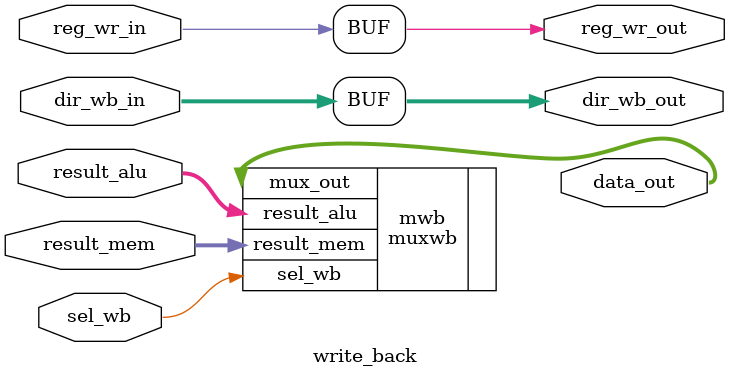
<source format=v>
module write_back (result_mem, 
						 result_alu,
						 sel_wb,
						 reg_wr_in,
						 reg_wr_out,
						 dir_wb_in,
						 dir_wb_out,
						 data_out);

						 
input wire [31:0] result_mem;
input wire [31:0] result_alu;
input wire [3:0] dir_wb_in;
input wire reg_wr_in;
input wire sel_wb;


output wire [31:0] data_out;
output wire [3:0] dir_wb_out;
output wire reg_wr_out;

						 
assign dir_wb_out= dir_wb_in;
assign reg_wr_out=reg_wr_in;

muxwb mwb (.result_alu(result_alu), 
				 .result_mem(result_mem), 
				 .mux_out(data_out), 
				 .sel_wb(sel_wb));					 
endmodule
						 
						 
					
</source>
